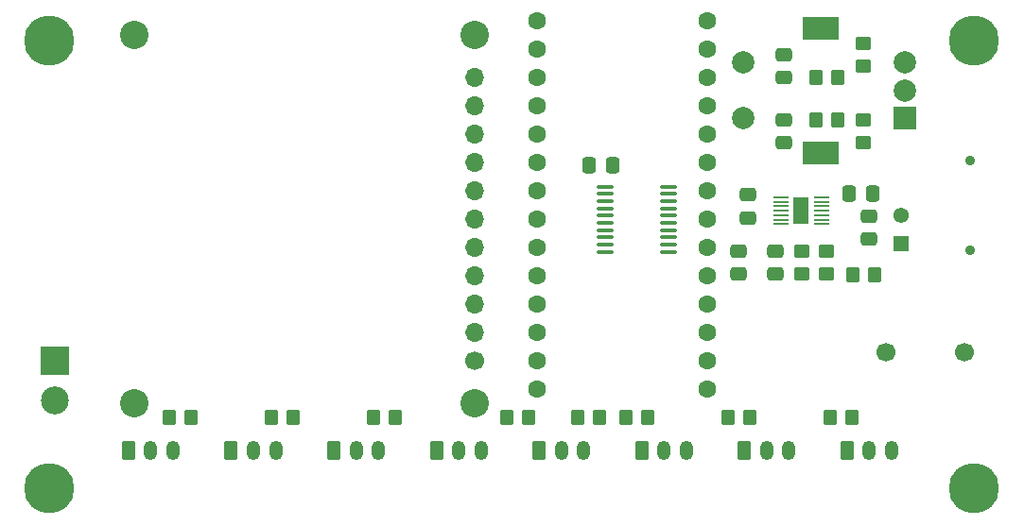
<source format=gbs>
%TF.GenerationSoftware,KiCad,Pcbnew,(6.0.9)*%
%TF.CreationDate,2022-12-29T20:38:24-05:00*%
%TF.ProjectId,led_controller,6c65645f-636f-46e7-9472-6f6c6c65722e,rev?*%
%TF.SameCoordinates,Original*%
%TF.FileFunction,Soldermask,Bot*%
%TF.FilePolarity,Negative*%
%FSLAX46Y46*%
G04 Gerber Fmt 4.6, Leading zero omitted, Abs format (unit mm)*
G04 Created by KiCad (PCBNEW (6.0.9)) date 2022-12-29 20:38:24*
%MOMM*%
%LPD*%
G01*
G04 APERTURE LIST*
G04 Aperture macros list*
%AMRoundRect*
0 Rectangle with rounded corners*
0 $1 Rounding radius*
0 $2 $3 $4 $5 $6 $7 $8 $9 X,Y pos of 4 corners*
0 Add a 4 corners polygon primitive as box body*
4,1,4,$2,$3,$4,$5,$6,$7,$8,$9,$2,$3,0*
0 Add four circle primitives for the rounded corners*
1,1,$1+$1,$2,$3*
1,1,$1+$1,$4,$5*
1,1,$1+$1,$6,$7*
1,1,$1+$1,$8,$9*
0 Add four rect primitives between the rounded corners*
20,1,$1+$1,$2,$3,$4,$5,0*
20,1,$1+$1,$4,$5,$6,$7,0*
20,1,$1+$1,$6,$7,$8,$9,0*
20,1,$1+$1,$8,$9,$2,$3,0*%
G04 Aperture macros list end*
%ADD10C,0.889000*%
%ADD11RoundRect,0.250000X-0.350000X-0.625000X0.350000X-0.625000X0.350000X0.625000X-0.350000X0.625000X0*%
%ADD12O,1.200000X1.750000*%
%ADD13R,2.500000X2.500000*%
%ADD14C,2.500000*%
%ADD15C,4.500000*%
%ADD16C,2.540000*%
%ADD17C,1.700000*%
%ADD18O,1.700000X1.700000*%
%ADD19R,2.000000X2.000000*%
%ADD20C,2.000000*%
%ADD21R,3.200000X2.000000*%
%ADD22C,1.600000*%
%ADD23R,1.378000X1.378000*%
%ADD24C,1.378000*%
%ADD25RoundRect,0.250000X-0.350000X-0.450000X0.350000X-0.450000X0.350000X0.450000X-0.350000X0.450000X0*%
%ADD26RoundRect,0.250000X0.450000X-0.350000X0.450000X0.350000X-0.450000X0.350000X-0.450000X-0.350000X0*%
%ADD27RoundRect,0.250000X0.475000X-0.337500X0.475000X0.337500X-0.475000X0.337500X-0.475000X-0.337500X0*%
%ADD28RoundRect,0.250000X-0.475000X0.337500X-0.475000X-0.337500X0.475000X-0.337500X0.475000X0.337500X0*%
%ADD29RoundRect,0.250000X-0.337500X-0.475000X0.337500X-0.475000X0.337500X0.475000X-0.337500X0.475000X0*%
%ADD30RoundRect,0.250000X0.350000X0.450000X-0.350000X0.450000X-0.350000X-0.450000X0.350000X-0.450000X0*%
%ADD31RoundRect,0.050000X-0.650000X-0.050000X0.650000X-0.050000X0.650000X0.050000X-0.650000X0.050000X0*%
%ADD32R,1.400000X2.350000*%
%ADD33RoundRect,0.250000X-0.450000X0.350000X-0.450000X-0.350000X0.450000X-0.350000X0.450000X0.350000X0*%
%ADD34RoundRect,0.100000X0.637500X0.100000X-0.637500X0.100000X-0.637500X-0.100000X0.637500X-0.100000X0*%
%ADD35RoundRect,0.250000X0.337500X0.475000X-0.337500X0.475000X-0.337500X-0.475000X0.337500X-0.475000X0*%
G04 APERTURE END LIST*
D10*
X175641000Y-100945487D03*
X175641000Y-108945486D03*
D11*
X127858810Y-126926000D03*
D12*
X129858810Y-126926000D03*
X131858810Y-126926000D03*
D13*
X93730000Y-118900000D03*
D14*
X93730000Y-122400000D03*
D11*
X100284922Y-126926000D03*
D12*
X102284922Y-126926000D03*
X104284922Y-126926000D03*
D15*
X176022000Y-90170000D03*
D11*
X164624000Y-126926000D03*
D12*
X166624000Y-126926000D03*
X168624000Y-126926000D03*
D15*
X93218000Y-130302000D03*
D16*
X131318000Y-89662000D03*
X131318000Y-122682000D03*
X100838000Y-122682000D03*
X100838000Y-89662000D03*
D17*
X131318000Y-118872000D03*
D18*
X131318000Y-116332000D03*
X131318000Y-113792000D03*
X131318000Y-111252000D03*
X131318000Y-108712000D03*
X131318000Y-106172000D03*
X131318000Y-103632000D03*
X131318000Y-101092000D03*
X131318000Y-98552000D03*
X131318000Y-96012000D03*
X131318000Y-93472000D03*
D15*
X93218000Y-90170000D03*
D11*
X137050106Y-126926000D03*
D12*
X139050106Y-126926000D03*
X141050106Y-126926000D03*
D11*
X146241402Y-126926000D03*
D12*
X148241402Y-126926000D03*
X150241402Y-126926000D03*
D11*
X109476218Y-126926000D03*
D12*
X111476218Y-126926000D03*
X113476218Y-126926000D03*
D19*
X169810000Y-97115000D03*
D20*
X169810000Y-92115000D03*
X169810000Y-94615000D03*
D21*
X162310000Y-100215000D03*
X162310000Y-89015000D03*
D20*
X155310000Y-92115000D03*
X155310000Y-97115000D03*
D22*
X136906000Y-88392000D03*
X136906000Y-90932000D03*
X136906000Y-93472000D03*
X136906000Y-96012000D03*
X136906000Y-98552000D03*
X136906000Y-101092000D03*
X136906000Y-103632000D03*
X136906000Y-106172000D03*
X136906000Y-108712000D03*
X136906000Y-111252000D03*
X136906000Y-113792000D03*
X136906000Y-116332000D03*
X136906000Y-118872000D03*
X136906000Y-121412000D03*
X152146000Y-121412000D03*
X152146000Y-118872000D03*
X152146000Y-116332000D03*
X152146000Y-113792000D03*
X152146000Y-111252000D03*
X152146000Y-108712000D03*
X152146000Y-106172000D03*
X152146000Y-103632000D03*
X152146000Y-101092000D03*
X152146000Y-98552000D03*
X152146000Y-96012000D03*
X152146000Y-93472000D03*
X152146000Y-90932000D03*
X152146000Y-88392000D03*
D23*
X169513000Y-108331000D03*
D24*
X169513000Y-105791000D03*
D11*
X118667514Y-126926000D03*
D12*
X120667514Y-126926000D03*
X122667514Y-126926000D03*
D15*
X176022000Y-130302000D03*
D17*
X175112500Y-118110000D03*
X168112500Y-118110000D03*
D11*
X155432698Y-126926000D03*
D12*
X157432698Y-126926000D03*
X159432698Y-126926000D03*
D25*
X113046000Y-123952000D03*
X115046000Y-123952000D03*
X134144000Y-123952000D03*
X136144000Y-123952000D03*
D26*
X166116000Y-99298000D03*
X166116000Y-97298000D03*
D25*
X161814000Y-93472000D03*
X163814000Y-93472000D03*
D27*
X155765000Y-106066500D03*
X155765000Y-103991500D03*
D28*
X158242000Y-109026500D03*
X158242000Y-111101500D03*
D26*
X160591000Y-111064000D03*
X160591000Y-109064000D03*
D29*
X164824500Y-103886000D03*
X166899500Y-103886000D03*
D25*
X103902000Y-123952000D03*
X105902000Y-123952000D03*
D30*
X146812000Y-123952000D03*
X144812000Y-123952000D03*
D31*
X158728000Y-106610000D03*
X158728000Y-106210000D03*
X158728000Y-105810000D03*
X158728000Y-105410000D03*
X158728000Y-105010000D03*
X158728000Y-104610000D03*
X158728000Y-104210000D03*
X162327996Y-104210002D03*
X162328000Y-104610000D03*
X162328000Y-105010000D03*
X162328000Y-105410000D03*
X162328000Y-105810000D03*
X162328000Y-106210000D03*
X162328000Y-106610000D03*
D32*
X160528000Y-105410000D03*
D33*
X166116000Y-90440000D03*
X166116000Y-92440000D03*
D34*
X148658500Y-103247000D03*
X148658500Y-103897000D03*
X148658500Y-104547000D03*
X148658500Y-105197000D03*
X148658500Y-105847000D03*
X148658500Y-106497000D03*
X148658500Y-107147000D03*
X148658500Y-107797000D03*
X148658500Y-108447000D03*
X148658500Y-109097000D03*
X142933500Y-109097000D03*
X142933500Y-108447000D03*
X142933500Y-107797000D03*
X142933500Y-107147000D03*
X142933500Y-106497000D03*
X142933500Y-105847000D03*
X142933500Y-105197000D03*
X142933500Y-104547000D03*
X142933500Y-103897000D03*
X142933500Y-103247000D03*
D35*
X143637000Y-101346000D03*
X141562000Y-101346000D03*
D30*
X165084000Y-123952000D03*
X163084000Y-123952000D03*
X163814000Y-97282000D03*
X161814000Y-97282000D03*
D27*
X159004000Y-99335500D03*
X159004000Y-97260500D03*
D33*
X162814000Y-109064000D03*
X162814000Y-111064000D03*
D27*
X154940000Y-111101500D03*
X154940000Y-109026500D03*
D30*
X167116000Y-111125000D03*
X165116000Y-111125000D03*
X155956000Y-123952000D03*
X153956000Y-123952000D03*
D25*
X122190000Y-123952000D03*
X124190000Y-123952000D03*
D27*
X166624000Y-107971500D03*
X166624000Y-105896500D03*
D28*
X159004000Y-91418500D03*
X159004000Y-93493500D03*
D25*
X140494000Y-123952000D03*
X142494000Y-123952000D03*
M02*

</source>
